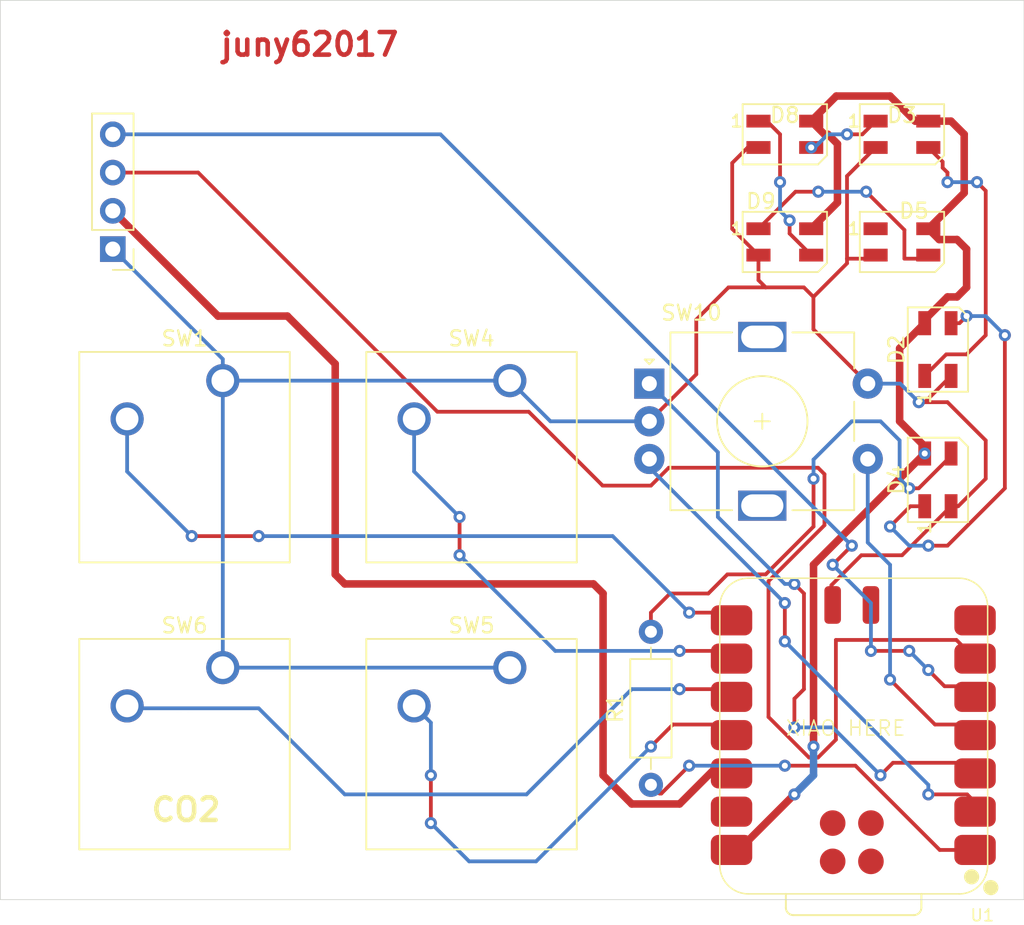
<source format=kicad_pcb>
(kicad_pcb (version 20241229) (generator "pcbnew") (generator_version "9.0")
  (layers (0 "F.Cu" signal) (2 "B.Cu" signal) (13 "F.Paste" user) (15 "B.Paste" user) (5 "F.SilkS" user "F.Silkscreen") (7 "B.SilkS" user "B.Silkscreen") (1 "F.Mask" user) (3 "B.Mask" user) (25 "Edge.Cuts" user))
  (net 0 "")
  (net 1 "GND")
  (net 2 "Net-(D2-DOUT)")
  (net 3 "Net-(D2-DIN)")
  (net 4 "+5V")
  (net 5 "Net-(D3-DOUT)")
  (net 6 "Net-(D5-DIN)")
  (net 7 "Net-(D8-DOUT)")
  (net 8 "+3.3V")
  (net 9 "Net-(J1-Pin_3)")
  (net 10 "Net-(J1-Pin_4)")
  (net 11 "Net-(U1-GPIO26_A0_D0)")
  (net 12 "Net-(U1-GPIO1_D7_CSn_RX)")
  (net 13 "Net-(U1-GPIO2_D8_SCK)")
  (net 14 "Net-(U1-GPIO3_D10_MOSI)")
  (net 15 "Net-(U1-GPIO4_D9_MISO)")
  (net 16 "Net-(U1-GPIO28_A2_D2)")
  (net 17 "Net-(U1-GPIO29_A3_D3)")
  (net 18 "Net-(U1-GPIO27_A1_D1)")
  (net 26 "Net-(D4-DIN)")
  (footprint "Connector_PinHeader_2.54mm:PinHeader_1x04_P2.54mm_Vertical" (layer "F.Cu") (at 80.48625 92.71 180)
    (property "Reference" "J1" (hide yes))
    (property "Value" "Conn_01x04" (hide yes))
    (fp_line (start 1.38 1.27) (end 1.38 9) (stroke (width 0.12)) (layer "F.SilkS"))
    (fp_line (start -1.38 9) (end 1.38 9) (stroke (width 0.12)) (layer "F.SilkS"))
    (fp_line (start -1.38 1.27) (end 1.38 1.27) (stroke (width 0.12)) (layer "F.SilkS"))
    (fp_line (start -1.38 1.27) (end -1.38 9) (stroke (width 0.12)) (layer "F.SilkS"))
    (fp_line (start -1.38 0) (end -1.38 -1.38) (stroke (width 0.12)) (layer "F.SilkS"))
    (fp_line (start -1.38 -1.38) (end 0 -1.38) (stroke (width 0.12)) (layer "F.SilkS"))
    (pad "1" thru_hole rect (at 0 0 180) (size 1.7 1.7) (drill 1) (layers "*.Cu" "*.Mask") (net 1 "GND"))
    (pad "2" thru_hole circle (at 0 2.54 180) (size 1.7 1.7) (drill 1) (layers "*.Cu" "*.Mask") (net 8 "+3.3V"))
    (pad "3" thru_hole circle (at 0 5.08 180) (size 1.7 1.7) (drill 1) (layers "*.Cu" "*.Mask") (net 9 "Net-(J1-Pin_3)"))
    (pad "4" thru_hole circle (at 0 7.62 180) (size 1.7 1.7) (drill 1) (layers "*.Cu" "*.Mask") (net 10 "Net-(J1-Pin_4)"))
  )
  (footprint "Button_Switch_Keyboard:SW_Cherry_MX_1.00u_PCB" (layer "F.Cu") (at 87.78875 101.44125)
    (property "Reference" "SW1" (at -2.54 -2.794 0) (layer "F.SilkS"))
    (property "Value" "SW_Push")
    (fp_line (start -9.525 -1.905) (end 4.445 -1.905) (stroke (width 0.12)) (layer "F.SilkS"))
    (fp_line (start -9.525 12.065) (end -9.525 -1.905) (stroke (width 0.12)) (layer "F.SilkS"))
    (fp_line (start 4.445 -1.905) (end 4.445 12.065) (stroke (width 0.12)) (layer "F.SilkS"))
    (fp_line (start 4.445 12.065) (end -9.525 12.065) (stroke (width 0.12)) (layer "F.SilkS"))
    (pad "" np_thru_hole circle (at -7.62 5.08) (size 1.7 1.7) (drill 1.7) (layers "*.Cu" "*.Mask"))
    (pad "" np_thru_hole circle (at -2.54 5.08) (size 4 4) (drill 4) (layers "*.Cu" "*.Mask"))
    (pad "" np_thru_hole circle (at 2.54 5.08) (size 1.7 1.7) (drill 1.7) (layers "*.Cu" "*.Mask"))
    (pad "1" thru_hole circle (at 0 0) (size 2.2 2.2) (drill 1.5) (layers "*.Cu" "*.Mask") (net 1 "GND"))
    (pad "2" thru_hole circle (at -6.35 2.54) (size 2.2 2.2) (drill 1.5) (layers "*.Cu" "*.Mask") (net 12 "Net-(U1-GPIO1_D7_CSn_RX)"))
  )
  (footprint "Button_Switch_Keyboard:SW_Cherry_MX_1.00u_PCB" (layer "F.Cu") (at 106.83875 101.44125)
    (property "Reference" "SW4" (at -2.54 -2.794 0) (layer "F.SilkS"))
    (property "Value" "SW_Push")
    (fp_line (start -9.525 -1.905) (end 4.445 -1.905) (stroke (width 0.12)) (layer "F.SilkS"))
    (fp_line (start -9.525 12.065) (end -9.525 -1.905) (stroke (width 0.12)) (layer "F.SilkS"))
    (fp_line (start 4.445 -1.905) (end 4.445 12.065) (stroke (width 0.12)) (layer "F.SilkS"))
    (fp_line (start 4.445 12.065) (end -9.525 12.065) (stroke (width 0.12)) (layer "F.SilkS"))
    (pad "" np_thru_hole circle (at -7.62 5.08) (size 1.7 1.7) (drill 1.7) (layers "*.Cu" "*.Mask"))
    (pad "" np_thru_hole circle (at -2.54 5.08) (size 4 4) (drill 4) (layers "*.Cu" "*.Mask"))
    (pad "" np_thru_hole circle (at 2.54 5.08) (size 1.7 1.7) (drill 1.7) (layers "*.Cu" "*.Mask"))
    (pad "1" thru_hole circle (at 0 0) (size 2.2 2.2) (drill 1.5) (layers "*.Cu" "*.Mask") (net 1 "GND"))
    (pad "2" thru_hole circle (at -6.35 2.54) (size 2.2 2.2) (drill 1.5) (layers "*.Cu" "*.Mask") (net 13 "Net-(U1-GPIO2_D8_SCK)"))
  )
  (footprint "LED_SMD:LED_SK6812MINI_PLCC4_3.5x3.5mm_P1.75mm" (layer "F.Cu") (at 132.87 85.09)
    (property "Reference" "D3" (at 0 -1.27 0) (layer "F.SilkS"))
    (property "Value" "SK6812MINI" (hide yes))
    (fp_line (start -2.8 -2) (end -2.8 2) (stroke (width 0.12)) (layer "F.SilkS"))
    (fp_line (start -2.8 -2) (end 2.8 -2) (stroke (width 0.12)) (layer "F.SilkS"))
    (fp_line (start -2.8 2) (end 2.2 2) (stroke (width 0.12)) (layer "F.SilkS"))
    (fp_line (start 2.8 1.4) (end 2.2 2) (stroke (width 0.12)) (layer "F.SilkS"))
    (fp_line (start 2.8 1.4) (end 2.8 -2) (stroke (width 0.12)) (layer "F.SilkS"))
    (fp_text user "1" (at -3.2 -0.875 0) (layer "F.SilkS") (effects (font (size 0.8 0.8))))
    (pad "1" smd rect (at -1.75 -0.875) (size 1.6 0.85) (layers "F.Cu" "F.Mask" "F.Paste") (net 5 "Net-(D3-DOUT)"))
    (pad "2" smd rect (at -1.75 0.875) (size 1.6 0.85) (layers "F.Cu" "F.Mask" "F.Paste") (net 1 "GND"))
    (pad "3" smd rect (at 1.75 0.875) (size 1.6 0.85) (layers "F.Cu" "F.Mask" "F.Paste") (net 2 "Net-(D2-DOUT)"))
    (pad "4" smd rect (at 1.75 -0.875) (size 1.6 0.85) (layers "F.Cu" "F.Mask" "F.Paste") (net 4 "+5V"))
  )
  (footprint "LED_SMD:LED_SK6812MINI_PLCC4_3.5x3.5mm_P1.75mm" (layer "F.Cu") (at 125.095 92.23375)
    (property "Reference" "D9" (at -1.5875 -2.69875 0) (layer "F.SilkS"))
    (property "Value" "SK6812MINI" (hide yes))
    (fp_line (start -2.8 -2) (end -2.8 2) (stroke (width 0.12)) (layer "F.SilkS"))
    (fp_line (start -2.8 -2) (end 2.8 -2) (stroke (width 0.12)) (layer "F.SilkS"))
    (fp_line (start -2.8 2) (end 2.2 2) (stroke (width 0.12)) (layer "F.SilkS"))
    (fp_line (start 2.8 1.4) (end 2.2 2) (stroke (width 0.12)) (layer "F.SilkS"))
    (fp_line (start 2.8 1.4) (end 2.8 -2) (stroke (width 0.12)) (layer "F.SilkS"))
    (fp_text user "1" (at -3.2 -0.875 0) (layer "F.SilkS") (effects (font (size 0.8 0.8))))
    (pad "1" smd rect (at -1.75 -0.875) (size 1.6 0.85) (layers "F.Cu" "F.Mask" "F.Paste") (net 6 "Net-(D5-DIN)"))
    (pad "2" smd rect (at -1.75 0.875) (size 1.6 0.85) (layers "F.Cu" "F.Mask" "F.Paste") (net 1 "GND"))
    (pad "3" smd rect (at 1.75 0.875) (size 1.6 0.85) (layers "F.Cu" "F.Mask" "F.Paste") (net 7 "Net-(D8-DOUT)"))
    (pad "4" smd rect (at 1.75 -0.875) (size 1.6 0.85) (layers "F.Cu" "F.Mask" "F.Paste") (net 4 "+5V"))
  )
  (footprint "Button_Switch_Keyboard:SW_Cherry_MX_1.00u_PCB" (layer "F.Cu") (at 87.78875 120.49125)
    (property "Reference" "SW6" (at -2.54 -2.794 0) (layer "F.SilkS"))
    (property "Value" "SW_Push")
    (fp_line (start -9.525 -1.905) (end 4.445 -1.905) (stroke (width 0.12)) (layer "F.SilkS"))
    (fp_line (start -9.525 12.065) (end -9.525 -1.905) (stroke (width 0.12)) (layer "F.SilkS"))
    (fp_line (start 4.445 -1.905) (end 4.445 12.065) (stroke (width 0.12)) (layer "F.SilkS"))
    (fp_line (start 4.445 12.065) (end -9.525 12.065) (stroke (width 0.12)) (layer "F.SilkS"))
    (pad "" np_thru_hole circle (at -7.62 5.08) (size 1.7 1.7) (drill 1.7) (layers "*.Cu" "*.Mask"))
    (pad "" np_thru_hole circle (at -2.54 5.08) (size 4 4) (drill 4) (layers "*.Cu" "*.Mask"))
    (pad "" np_thru_hole circle (at 2.54 5.08) (size 1.7 1.7) (drill 1.7) (layers "*.Cu" "*.Mask"))
    (pad "1" thru_hole circle (at 0 0) (size 2.2 2.2) (drill 1.5) (layers "*.Cu" "*.Mask") (net 1 "GND"))
    (pad "2" thru_hole circle (at -6.35 2.54) (size 2.2 2.2) (drill 1.5) (layers "*.Cu" "*.Mask") (net 15 "Net-(U1-GPIO4_D9_MISO)"))
  )
  (footprint "Resistor_THT:R_Axial_DIN0207_L6.3mm_D2.5mm_P10.16mm_Horizontal" (layer "F.Cu") (at 116.205 128.27 90)
    (property "Reference" "R1" (at 5.08 -2.37 90) (layer "F.SilkS"))
    (property "Value" "R")
    (fp_line (start 9.12 0) (end 8.35 0) (stroke (width 0.12)) (layer "F.SilkS"))
    (fp_line (start 1.04 0) (end 1.81 0) (stroke (width 0.12)) (layer "F.SilkS"))
    (fp_rect (start 1.81 -1.37) (end 8.35 1.37) (stroke (width 0.12)) (fill no) (layer "F.SilkS"))
    (pad "1" thru_hole circle (at 0 0 90) (size 1.6 1.6) (drill 0.8) (layers "*.Cu" "*.Mask") (net 11 "Net-(U1-GPIO26_A0_D0)"))
    (pad "2" thru_hole circle (at 10.16 0 90) (size 1.6 1.6) (drill 0.8) (layers "*.Cu" "*.Mask") (net 26 "Net-(D4-DIN)"))
  )
  (footprint "Rotary_Encoder:RotaryEncoder_Alps_EC11E-Switch_Vertical_H20mm" (layer "F.Cu") (at 116.09875 101.64)
    (property "Reference" "SW10" (at 2.8 -4.7 0) (layer "F.SilkS"))
    (property "Value" "RotaryEncoder_Switch")
    (fp_line (start -0.3 -1.6) (end 0.3 -1.6) (stroke (width 0.12)) (layer "F.SilkS"))
    (fp_line (start 0 -1.3) (end -0.3 -1.6) (stroke (width 0.12)) (layer "F.SilkS"))
    (fp_line (start 0.3 -1.6) (end 0 -1.3) (stroke (width 0.12)) (layer "F.SilkS"))
    (fp_line (start 1.4 -3.4) (end 1.4 8.4) (stroke (width 0.12)) (layer "F.SilkS"))
    (fp_line (start 5.5 -3.4) (end 1.4 -3.4) (stroke (width 0.12)) (layer "F.SilkS"))
    (fp_line (start 5.5 8.4) (end 1.4 8.4) (stroke (width 0.12)) (layer "F.SilkS"))
    (fp_line (start 7 2.5) (end 8 2.5) (stroke (width 0.12)) (layer "F.SilkS"))
    (fp_line (start 7.5 2) (end 7.5 3) (stroke (width 0.12)) (layer "F.SilkS"))
    (fp_line (start 9.5 -3.4) (end 13.6 -3.4) (stroke (width 0.12)) (layer "F.SilkS"))
    (fp_line (start 13.6 -3.4) (end 13.6 -1) (stroke (width 0.12)) (layer "F.SilkS"))
    (fp_line (start 13.6 1.2) (end 13.6 3.8) (stroke (width 0.12)) (layer "F.SilkS"))
    (fp_line (start 13.6 6) (end 13.6 8.4) (stroke (width 0.12)) (layer "F.SilkS"))
    (fp_line (start 13.6 8.4) (end 9.5 8.4) (stroke (width 0.12)) (layer "F.SilkS"))
    (fp_circle (center 7.5 2.5) (end 10.5 2.5) (stroke (width 0.12)) (fill no) (layer "F.SilkS"))
    (pad "A" thru_hole rect (at 0 0) (size 2 2) (drill 1) (layers "*.Cu" "*.Mask") (net 16 "Net-(U1-GPIO28_A2_D2)"))
    (pad "B" thru_hole circle (at 0 5) (size 2 2) (drill 1) (layers "*.Cu" "*.Mask") (net 18 "Net-(U1-GPIO27_A1_D1)"))
    (pad "C" thru_hole circle (at 0 2.5) (size 2 2) (drill 1) (layers "*.Cu" "*.Mask") (net 1 "GND"))
    (pad "MP" thru_hole rect (at 7.5 -3.1) (size 3.2 2) (drill oval 2.8 1.5) (layers "*.Cu" "*.Mask"))
    (pad "MP" thru_hole rect (at 7.5 8.1) (size 3.2 2) (drill oval 2.8 1.5) (layers "*.Cu" "*.Mask"))
    (pad "S1" thru_hole circle (at 14.5 5) (size 2 2) (drill 1) (layers "*.Cu" "*.Mask") (net 17 "Net-(U1-GPIO29_A3_D3)"))
    (pad "S2" thru_hole circle (at 14.5 0) (size 2 2) (drill 1) (layers "*.Cu" "*.Mask") (net 1 "GND"))
  )
  (footprint "LED_SMD:LED_SK6812MINI_PLCC4_3.5x3.5mm_P1.75mm" (layer "F.Cu") (at 135.255 108.0275 90)
    (property "Reference" "D4" (at 0 -2.75 90) (layer "F.SilkS"))
    (property "Value" "SK6812MINI" (hide yes))
    (fp_line (start -2.8 -2) (end 2.8 -2) (stroke (width 0.12)) (layer "F.SilkS"))
    (fp_line (start -2.8 -2) (end -2.8 2) (stroke (width 0.12)) (layer "F.SilkS"))
    (fp_line (start 2.8 1.4) (end 2.8 -2) (stroke (width 0.12)) (layer "F.SilkS"))
    (fp_line (start 2.8 1.4) (end 2.2 2) (stroke (width 0.12)) (layer "F.SilkS"))
    (fp_line (start -2.8 2) (end 2.2 2) (stroke (width 0.12)) (layer "F.SilkS"))
    (fp_text user "1" (at -3.2 -0.875 90) (layer "F.SilkS") (effects (font (size 0.8 0.8))))
    (pad "1" smd rect (at -1.75 -0.875 90) (size 1.6 0.85) (layers "F.Cu" "F.Mask" "F.Paste") (net 3 "Net-(D2-DIN)"))
    (pad "2" smd rect (at -1.75 0.875 90) (size 1.6 0.85) (layers "F.Cu" "F.Mask" "F.Paste") (net 1 "GND"))
    (pad "3" smd rect (at 1.75 0.875 90) (size 1.6 0.85) (layers "F.Cu" "F.Mask" "F.Paste") (net 26 "Net-(D4-DIN)"))
    (pad "4" smd rect (at 1.75 -0.875 90) (size 1.6 0.85) (layers "F.Cu" "F.Mask" "F.Paste") (net 4 "+5V"))
  )
  (footprint "opl:XIAO-RP2040-SMD" (layer "F.Cu") (at 129.722 124.972 180)
    (property "Reference" "U1" (at -9.335 -11.5 0) (layer "F.SilkS") (effects (font (size 0.78232 0.78232) (thickness 0.10668)) (justify right top)))
    (property "Value" "XIAO-RP2040-SMD" (hide yes))
    (fp_line (start 8.945 8.513) (end 8.945 -8.632) (stroke (width 0.1)) (layer "F.SilkS"))
    (fp_line (start 7.04 -10.537) (end -6.93 -10.537) (stroke (width 0.1)) (layer "F.SilkS"))
    (fp_line (start 4.559 -11.447) (end 4.559 -10.537) (stroke (width 0.127)) (layer "F.SilkS"))
    (fp_line (start -3.936272 -11.947) (end 4.059 -11.947) (stroke (width 0.127)) (layer "F.SilkS"))
    (fp_line (start -4.44 -10.537) (end -4.436272 -11.447272) (stroke (width 0.127)) (layer "F.SilkS"))
    (fp_line (start -6.93 10.418) (end 7.04 10.418) (stroke (width 0.1)) (layer "F.SilkS"))
    (fp_line (start -8.835 8.513) (end -8.835 -8.632) (stroke (width 0.1)) (layer "F.SilkS"))
    (fp_arc (start 8.945 8.513) (mid 8.387038 9.860038) (end 7.04 10.418) (stroke (width 0.1)) (layer "F.SilkS"))
    (fp_arc (start 7.04 -10.537) (mid 8.387038 -9.979038) (end 8.945 -8.632) (stroke (width 0.1)) (layer "F.SilkS"))
    (fp_arc (start 4.059 -11.947) (mid 4.412553 -11.800553) (end 4.559 -11.447) (stroke (width 0.127)) (layer "F.SilkS"))
    (fp_arc (start -4.436272 -11.447272) (mid -4.289724 -11.800644) (end -3.936272 -11.947) (stroke (width 0.127)) (layer "F.SilkS"))
    (fp_arc (start -6.93 10.418) (mid -8.277038 9.860038) (end -8.835 8.513) (stroke (width 0.1)) (layer "F.SilkS"))
    (fp_arc (start -8.835 -8.636) (mid -8.277038 -9.983038) (end -6.93 -10.541) (stroke (width 0.1)) (layer "F.SilkS"))
    (fp_circle (center -7.771 -9.404) (end -7.771 -9.658) (stroke (width 0.5)) (fill yes) (layer "F.SilkS"))
    (fp_circle (center -9.045 -10.121) (end -9.045 -10.375) (stroke (width 0.5)) (fill yes) (layer "F.SilkS"))
    (pad "1" smd roundrect (at -8 -7.62 180) (size 2.75 2) (layers "F.Cu" "F.Mask" "F.Paste") (net 11 "Net-(U1-GPIO26_A0_D0)"))
    (pad "2" smd roundrect (at -8 -5.08 180) (size 2.75 2) (layers "F.Cu" "F.Mask" "F.Paste") (net 18 "Net-(U1-GPIO27_A1_D1)"))
    (pad "3" smd roundrect (at -8 -2.54 180) (size 2.75 2) (layers "F.Cu" "F.Mask" "F.Paste") (net 16 "Net-(U1-GPIO28_A2_D2)"))
    (pad "4" smd roundrect (at -8 0 180) (size 2.75 2) (layers "F.Cu" "F.Mask" "F.Paste") (net 17 "Net-(U1-GPIO29_A3_D3)"))
    (pad "5" smd roundrect (at -8 2.54 180) (size 2.75 2) (layers "F.Cu" "F.Mask" "F.Paste") (net 10 "Net-(J1-Pin_4)"))
    (pad "6" smd roundrect (at -8 5.08 180) (size 2.75 2) (layers "F.Cu" "F.Mask" "F.Paste") (net 9 "Net-(J1-Pin_3)"))
    (pad "7" smd roundrect (at -8 7.62 180) (size 2.75 2) (layers "F.Cu" "F.Mask" "F.Paste"))
    (pad "8" smd roundrect (at 8.165 7.62 180) (size 2.75 2) (layers "F.Cu" "F.Mask" "F.Paste") (net 12 "Net-(U1-GPIO1_D7_CSn_RX)"))
    (pad "9" smd roundrect (at 8.165 5.08 180) (size 2.75 2) (layers "F.Cu" "F.Mask" "F.Paste") (net 13 "Net-(U1-GPIO2_D8_SCK)"))
    (pad "10" smd roundrect (at 8.165 2.54 180) (size 2.75 2) (layers "F.Cu" "F.Mask" "F.Paste") (net 15 "Net-(U1-GPIO4_D9_MISO)"))
    (pad "11" smd roundrect (at 8.165 0 180) (size 2.75 2) (layers "F.Cu" "F.Mask" "F.Paste") (net 14 "Net-(U1-GPIO3_D10_MOSI)"))
    (pad "12" smd roundrect (at 8.165 -2.54 180) (size 2.75 2) (layers "F.Cu" "F.Mask" "F.Paste") (net 8 "+3.3V"))
    (pad "13" smd roundrect (at 8.165 -5.08 180) (size 2.75 2) (layers "F.Cu" "F.Mask" "F.Paste"))
    (pad "14" smd roundrect (at 8.165 -7.62 180) (size 2.75 2) (layers "F.Cu" "F.Mask" "F.Paste") (net 4 "+5V"))
    (pad "15" smd roundrect (at -1.088 8.64 90) (size 2.5 1.1) (layers "F.Cu" "F.Mask" "F.Paste"))
    (pad "16" smd roundrect (at 1.452 8.64 90) (size 2.5 1.1) (layers "F.Cu" "F.Mask" "F.Paste") (net 1 "GND"))
    (pad "17" smd circle (at -1.088 -8.378 180) (size 1.7 1.7) (layers "F.Cu" "F.Mask" "F.Paste"))
    (pad "18" smd circle (at 1.452 -8.378 180) (size 1.7 1.7) (layers "F.Cu" "F.Mask" "F.Paste"))
    (pad "19" smd circle (at -1.088 -5.838 180) (size 1.7 1.7) (layers "F.Cu" "F.Mask" "F.Paste"))
    (pad "20" smd circle (at 1.452 -5.838 180) (size 1.7 1.7) (layers "F.Cu" "F.Mask" "F.Paste"))
  )
  (footprint "LED_SMD:LED_SK6812MINI_PLCC4_3.5x3.5mm_P1.75mm" (layer "F.Cu") (at 125.095 85.09)
    (property "Reference" "D8" (at 0 -1.27 0) (layer "F.SilkS"))
    (property "Value" "SK6812MINI" (hide yes))
    (fp_line (start -2.8 -2) (end -2.8 2) (stroke (width 0.12)) (layer "F.SilkS"))
    (fp_line (start -2.8 -2) (end 2.8 -2) (stroke (width 0.12)) (layer "F.SilkS"))
    (fp_line (start -2.8 2) (end 2.2 2) (stroke (width 0.12)) (layer "F.SilkS"))
    (fp_line (start 2.8 1.4) (end 2.2 2) (stroke (width 0.12)) (layer "F.SilkS"))
    (fp_line (start 2.8 1.4) (end 2.8 -2) (stroke (width 0.12)) (layer "F.SilkS"))
    (fp_text user "1" (at -3.2 -0.875 0) (layer "F.SilkS") (effects (font (size 0.8 0.8))))
    (pad "1" smd rect (at -1.75 -0.875) (size 1.6 0.85) (layers "F.Cu" "F.Mask" "F.Paste") (net 7 "Net-(D8-DOUT)"))
    (pad "2" smd rect (at -1.75 0.875) (size 1.6 0.85) (layers "F.Cu" "F.Mask" "F.Paste") (net 1 "GND"))
    (pad "3" smd rect (at 1.75 0.875) (size 1.6 0.85) (layers "F.Cu" "F.Mask" "F.Paste") (net 5 "Net-(D3-DOUT)"))
    (pad "4" smd rect (at 1.75 -0.875) (size 1.6 0.85) (layers "F.Cu" "F.Mask" "F.Paste") (net 4 "+5V"))
  )
  (footprint "LED_SMD:LED_SK6812MINI_PLCC4_3.5x3.5mm_P1.75mm" (layer "F.Cu") (at 132.87 92.23375)
    (property "Reference" "D5" (at 0.7975 -2.06375 0) (layer "F.SilkS"))
    (property "Value" "SK6812MINI" (hide yes))
    (fp_line (start -2.8 -2) (end -2.8 2) (stroke (width 0.12)) (layer "F.SilkS"))
    (fp_line (start -2.8 -2) (end 2.8 -2) (stroke (width 0.12)) (layer "F.SilkS"))
    (fp_line (start -2.8 2) (end 2.2 2) (stroke (width 0.12)) (layer "F.SilkS"))
    (fp_line (start 2.8 1.4) (end 2.2 2) (stroke (width 0.12)) (layer "F.SilkS"))
    (fp_line (start 2.8 1.4) (end 2.8 -2) (stroke (width 0.12)) (layer "F.SilkS"))
    (fp_text user "1" (at -3.2 -0.875 0) (layer "F.SilkS") (effects (font (size 0.8 0.8))))
    (pad "1" smd rect (at -1.75 -0.875) (size 1.6 0.85) (layers "F.Cu" "F.Mask" "F.Paste"))
    (pad "2" smd rect (at -1.75 0.875) (size 1.6 0.85) (layers "F.Cu" "F.Mask" "F.Paste") (net 1 "GND"))
    (pad "3" smd rect (at 1.75 0.875) (size 1.6 0.85) (layers "F.Cu" "F.Mask" "F.Paste") (net 6 "Net-(D5-DIN)"))
    (pad "4" smd rect (at 1.75 -0.875) (size 1.6 0.85) (layers "F.Cu" "F.Mask" "F.Paste") (net 4 "+5V"))
  )
  (footprint "Button_Switch_Keyboard:SW_Cherry_MX_1.00u_PCB" (layer "F.Cu") (at 106.83875 120.49125)
    (property "Reference" "SW5" (at -2.54 -2.794 0) (layer "F.SilkS"))
    (property "Value" "SW_Push")
    (fp_line (start -9.525 -1.905) (end 4.445 -1.905) (stroke (width 0.12)) (layer "F.SilkS"))
    (fp_line (start -9.525 12.065) (end -9.525 -1.905) (stroke (width 0.12)) (layer "F.SilkS"))
    (fp_line (start 4.445 -1.905) (end 4.445 12.065) (stroke (width 0.12)) (layer "F.SilkS"))
    (fp_line (start 4.445 12.065) (end -9.525 12.065) (stroke (width 0.12)) (layer "F.SilkS"))
    (pad "" np_thru_hole circle (at -7.62 5.08) (size 1.7 1.7) (drill 1.7) (layers "*.Cu" "*.Mask"))
    (pad "" np_thru_hole circle (at -2.54 5.08) (size 4 4) (drill 4) (layers "*.Cu" "*.Mask"))
    (pad "" np_thru_hole circle (at 2.54 5.08) (size 1.7 1.7) (drill 1.7) (layers "*.Cu" "*.Mask"))
    (pad "1" thru_hole circle (at 0 0) (size 2.2 2.2) (drill 1.5) (layers "*.Cu" "*.Mask") (net 1 "GND"))
    (pad "2" thru_hole circle (at -6.35 2.54) (size 2.2 2.2) (drill 1.5) (layers "*.Cu" "*.Mask") (net 14 "Net-(U1-GPIO3_D10_MOSI)"))
  )
  (footprint "LED_SMD:LED_SK6812MINI_PLCC4_3.5x3.5mm_P1.75mm" (layer "F.Cu") (at 135.255 99.3775 90)
    (property "Reference" "D2" (at 0 -2.75 90) (layer "F.SilkS"))
    (property "Value" "SK6812MINI" (hide yes))
    (fp_line (start -2.8 -2) (end 2.8 -2) (stroke (width 0.12)) (layer "F.SilkS"))
    (fp_line (start -2.8 -2) (end -2.8 2) (stroke (width 0.12)) (layer "F.SilkS"))
    (fp_line (start 2.8 1.4) (end 2.8 -2) (stroke (width 0.12)) (layer "F.SilkS"))
    (fp_line (start 2.8 1.4) (end 2.2 2) (stroke (width 0.12)) (layer "F.SilkS"))
    (fp_line (start -2.8 2) (end 2.2 2) (stroke (width 0.12)) (layer "F.SilkS"))
    (fp_text user "1" (at -3.2 -0.875 90) (layer "F.SilkS") (effects (font (size 0.8 0.8))))
    (pad "1" smd rect (at -1.75 -0.875 90) (size 1.6 0.85) (layers "F.Cu" "F.Mask" "F.Paste") (net 2 "Net-(D2-DOUT)"))
    (pad "2" smd rect (at -1.75 0.875 90) (size 1.6 0.85) (layers "F.Cu" "F.Mask" "F.Paste") (net 1 "GND"))
    (pad "3" smd rect (at 1.75 0.875 90) (size 1.6 0.85) (layers "F.Cu" "F.Mask" "F.Paste") (net 3 "Net-(D2-DIN)"))
    (pad "4" smd rect (at 1.75 -0.875 90) (size 1.6 0.85) (layers "F.Cu" "F.Mask" "F.Paste") (net 4 "+5V"))
  )
  (gr_rect (start 73.025 76.2) (end 140.97 135.89) (stroke (width 0.05)) (fill no) (layer "Edge.Cuts"))
  (gr_text "juny62017" (at 87.5 80 0) (layer "F.Cu") (effects (font (size 1.5 1.5) (thickness 0.3) (bold yes)) (justify left bottom)))
  (gr_text "CO2" (at 82.9 130.8 0) (layer "F.SilkS") (effects (font (size 1.5 1.5) (thickness 0.3) (bold yes)) (justify left bottom)))
  (gr_text "XIAO HERE" (at 125.095 125.095 0) (layer "F.SilkS") (effects (font (size 1 1) (thickness 0.1)) (justify left bottom)))
  (segment (start 132.8775 113.03) (end 130.175 113.03) (width 0.25) (layer "F.Cu") (net 1))
  (segment (start 123.345 94.77) (end 123.825 95.25) (width 0.25) (layer "F.Cu") (net 1))
  (segment (start 136.13 109.7775) (end 136.6025 109.7775) (width 0.25) (layer "F.Cu") (net 1))
  (segment (start 121.35875 95.25) (end 123.825 95.25) (width 0.25) (layer "F.Cu") (net 1))
  (segment (start 129.2225 87.8625) (end 129.2225 93.345) (width 0.25) (layer "F.Cu") (net 1))
  (segment (start 129.2225 87.8625) (end 131.12 85.965) (width 0.25) (layer "F.Cu") (net 1))
  (segment (start 138.43 107.95) (end 138.43 105.41) (width 0.25) (layer "F.Cu") (net 1))
  (segment (start 122.6325 85.965) (end 121.6025 86.995) (width 0.25) (layer "F.Cu") (net 1))
  (segment (start 129.2225 93.655) (end 126.9925 95.885) (width 0.25) (layer "F.Cu") (net 1))
  (segment (start 119.2175 101.02125) (end 116.09875 104.14) (width 0.25) (layer "F.Cu") (net 1))
  (segment (start 129.2225 93.345) (end 129.2225 93.655) (width 0.25) (layer "F.Cu") (net 1))
  (segment (start 126.3575 95.25) (end 126.9925 95.885) (width 0.25) (layer "F.Cu") (net 1))
  (segment (start 126.9925 95.885) (end 126.9925 98.03375) (width 0.25) (layer "F.Cu") (net 1))
  (segment (start 121.6025 91.36625) (end 123.345 93.10875) (width 0.25) (layer "F.Cu") (net 1))
  (segment (start 119.2175 101.02125) (end 119.2175 97.39125) (width 0.25) (layer "F.Cu") (net 1))
  (segment (start 133.985 102.87) (end 134.3875 102.87) (width 0.25) (layer "F.Cu") (net 1))
  (segment (start 130.88375 93.345) (end 129.2225 93.345) (width 0.25) (layer "F.Cu") (net 1))
  (segment (start 128.18425 115.02075) (end 128.18425 117.38925) (width 0.25) (layer "F.Cu") (net 1))
  (segment (start 131.12 93.10875) (end 130.88375 93.345) (width 0.25) (layer "F.Cu") (net 1))
  (segment (start 135.89 102.87) (end 133.985 102.87) (width 0.25) (layer "F.Cu") (net 1))
  (segment (start 123.345 85.965) (end 122.6325 85.965) (width 0.25) (layer "F.Cu") (net 1))
  (segment (start 130.175 113.03) (end 128.18425 115.02075) (width 0.25) (layer "F.Cu") (net 1))
  (segment (start 136.13 109.7775) (end 132.8775 113.03) (width 0.25) (layer "F.Cu") (net 1))
  (segment (start 126.9925 98.03375) (end 130.59875 101.64) (width 0.25) (layer "F.Cu") (net 1))
  (segment (start 123.825 95.25) (end 126.3575 95.25) (width 0.25) (layer "F.Cu") (net 1))
  (segment (start 121.6025 86.995) (end 121.6025 91.36625) (width 0.25) (layer "F.Cu") (net 1))
  (segment (start 136.6025 109.7775) (end 138.43 107.95) (width 0.25) (layer "F.Cu") (net 1))
  (segment (start 119.2175 97.39125) (end 121.35875 95.25) (width 0.25) (layer "F.Cu") (net 1))
  (segment (start 123.345 93.10875) (end 123.345 94.77) (width 0.25) (layer "F.Cu") (net 1))
  (segment (start 134.3875 102.87) (end 136.13 101.1275) (width 0.25) (layer "F.Cu") (net 1))
  (segment (start 138.43 105.41) (end 135.89 102.87) (width 0.25) (layer "F.Cu") (net 1))
  (via (at 133.985 102.87) (size 0.8) (drill 0.4) (layers "F.Cu" "B.Cu") (net 1))
  (segment (start 87.78875 120.49125) (end 106.83875 120.49125) (width 0.25) (layer "B.Cu") (net 1))
  (segment (start 87.78875 101.44125) (end 106.83875 101.44125) (width 0.25) (layer "B.Cu") (net 1))
  (segment (start 87.78875 101.44125) (end 87.78875 120.49125) (width 0.25) (layer "B.Cu") (net 1))
  (segment (start 87.78875 100.0125) (end 80.48625 92.71) (width 0.25) (layer "B.Cu") (net 1))
  (segment (start 87.78875 101.44125) (end 87.78875 100.0125) (width 0.25) (layer "B.Cu") (net 1))
  (segment (start 116.09875 104.14) (end 109.5375 104.14) (width 0.25) (layer "B.Cu") (net 1))
  (segment (start 130.59875 101.64) (end 132.755 101.64) (width 0.25) (layer "B.Cu") (net 1))
  (segment (start 132.755 101.64) (end 133.985 102.87) (width 0.25) (layer "B.Cu") (net 1))
  (segment (start 109.5375 104.14) (end 106.83875 101.44125) (width 0.25) (layer "B.Cu") (net 1))
  (segment (start 138.43 88.84375) (end 137.85125 88.265) (width 0.25) (layer "F.Cu") (net 2))
  (segment (start 138.43 98.425) (end 137.16 99.695) (width 0.25) (layer "F.Cu") (net 2))
  (segment (start 135.8125 99.695) (end 134.38 101.1275) (width 0.25) (layer "F.Cu") (net 2))
  (segment (start 135.89 88.265) (end 135.89 87.63) (width 0.25) (layer "F.Cu") (net 2))
  (segment (start 135.5725 87.3125) (end 135.5725 86.9175) (width 0.25) (layer "F.Cu") (net 2))
  (segment (start 135.89 87.63) (end 135.5725 87.3125) (width 0.25) (layer "F.Cu") (net 2))
  (segment (start 138.43 98.425) (end 138.43 88.84375) (width 0.25) (layer "F.Cu") (net 2))
  (segment (start 137.16 99.695) (end 135.8125 99.695) (width 0.25) (layer "F.Cu") (net 2))
  (segment (start 135.5725 86.9175) (end 134.62 85.965) (width 0.25) (layer "F.Cu") (net 2))
  (via (at 137.85125 88.265) (size 0.8) (drill 0.4) (layers "F.Cu" "B.Cu") (net 2))
  (via (at 135.89 88.265) (size 0.8) (drill 0.4) (layers "F.Cu" "B.Cu") (net 2))
  (segment (start 137.85125 88.265) (end 135.89 88.265) (width 0.25) (layer "B.Cu") (net 2))
  (segment (start 135.89 112.395) (end 134.62 112.395) (width 0.25) (layer "F.Cu") (net 3))
  (segment (start 139.7 108.585) (end 135.89 112.395) (width 0.25) (layer "F.Cu") (net 3))
  (segment (start 139.7 98.425) (end 139.7 108.585) (width 0.25) (layer "F.Cu") (net 3))
  (segment (start 136.6875 97.6275) (end 137.16 97.155) (width 0.25) (layer "F.Cu") (net 3))
  (segment (start 132.08 111.125) (end 133.4275 109.7775) (width 0.25) (layer "F.Cu") (net 3))
  (segment (start 136.13 97.6275) (end 136.6875 97.6275) (width 0.25) (layer "F.Cu") (net 3))
  (segment (start 133.4275 109.7775) (end 134.38 109.7775) (width 0.25) (layer "F.Cu") (net 3))
  (via (at 134.62 112.395) (size 0.8) (drill 0.4) (layers "F.Cu" "B.Cu") (net 3))
  (via (at 132.08 111.125) (size 0.8) (drill 0.4) (layers "F.Cu" "B.Cu") (net 3))
  (via (at 137.16 97.155) (size 0.8) (drill 0.4) (layers "F.Cu" "B.Cu") (net 3))
  (via (at 139.7 98.425) (size 0.8) (drill 0.4) (layers "F.Cu" "B.Cu") (net 3))
  (segment (start 132.08 111.125) (end 133.35 112.395) (width 0.25) (layer "B.Cu") (net 3))
  (segment (start 137.16 97.155) (end 138.43 97.155) (width 0.25) (layer "B.Cu") (net 3))
  (segment (start 134.62 112.395) (end 133.35 112.395) (width 0.25) (layer "B.Cu") (net 3))
  (segment (start 138.43 97.155) (end 139.7 98.425) (width 0.25) (layer "B.Cu") (net 3))
  (segment (start 127 125.73) (end 127 113.6575) (width 0.5) (layer "F.Cu") (net 4))
  (segment (start 134.62 91.35875) (end 135.33625 92.075) (width 0.5) (layer "F.Cu") (net 4))
  (segment (start 137.16 95.25) (end 136.525 95.885) (width 0.5) (layer "F.Cu") (net 4))
  (segment (start 136.12625 84.215) (end 137.00125 85.09) (width 0.5) (layer "F.Cu") (net 4))
  (segment (start 126.845 84.215) (end 127.72 85.09) (width 0.5) (layer "F.Cu") (net 4))
  (segment (start 127.72 85.09) (end 127.9525 85.09) (width 0.5) (layer "F.Cu") (net 4))
  (segment (start 137.16 92.71) (end 137.16 95.25) (width 0.5) (layer "F.Cu") (net 4))
  (segment (start 128.5875 89.61625) (end 126.845 91.35875) (width 0.5) (layer "F.Cu") (net 4))
  (segment (start 127.9525 85.09) (end 128.5875 85.725) (width 0.5) (layer "F.Cu") (net 4))
  (segment (start 132.715 99.2925) (end 134.38 97.6275) (width 0.5) (layer "F.Cu") (net 4))
  (segment (start 137.00125 88.9775) (end 134.62 91.35875) (width 0.5) (layer "F.Cu") (net 4))
  (segment (start 133.745 84.215) (end 132.08 82.55) (width 0.5) (layer "F.Cu") (net 4))
  (segment (start 121.557 132.592) (end 122.043 132.592) (width 0.5) (layer "F.Cu") (net 4))
  (segment (start 134.62 84.215) (end 133.745 84.215) (width 0.5) (layer "F.Cu") (net 4))
  (segment (start 128.51 82.55) (end 126.845 84.215) (width 0.5) (layer "F.Cu") (net 4))
  (segment (start 127 113.6575) (end 134.38 106.2775) (width 0.5) (layer "F.Cu") (net 4))
  (segment (start 135.33625 92.075) (end 136.525 92.075) (width 0.5) (layer "F.Cu") (net 4))
  (segment (start 134.38 106.2775) (end 134.38 105.805) (width 0.5) (layer "F.Cu") (net 4))
  (segment (start 132.715 104.14) (end 132.715 99.2925) (width 0.5) (layer "F.Cu") (net 4))
  (segment (start 134.38 97.395) (end 134.38 97.6275) (width 0.5) (layer "F.Cu") (net 4))
  (segment (start 136.525 92.075) (end 137.16 92.71) (width 0.5) (layer "F.Cu") (net 4))
  (segment (start 134.38 105.805) (end 132.715 104.14) (width 0.5) (layer "F.Cu") (net 4))
  (segment (start 136.525 95.885) (end 135.89 95.885) (width 0.5) (layer "F.Cu") (net 4))
  (segment (start 128.5875 85.725) (end 128.5875 89.61625) (width 0.5) (layer "F.Cu") (net 4))
  (segment (start 132.08 82.55) (end 128.51 82.55) (width 0.5) (layer "F.Cu") (net 4))
  (segment (start 134.62 84.215) (end 136.12625 84.215) (width 0.5) (layer "F.Cu") (net 4))
  (segment (start 135.89 95.885) (end 134.38 97.395) (width 0.5) (layer "F.Cu") (net 4))
  (segment (start 122.043 132.592) (end 125.73 128.905) (width 0.5) (layer "F.Cu") (net 4))
  (segment (start 137.00125 85.09) (end 137.00125 88.9775) (width 0.5) (layer "F.Cu") (net 4))
  (via (at 125.73 128.905) (size 0.8) (drill 0.4) (layers "F.Cu" "B.Cu") (net 4))
  (via (at 134.38 106.2775) (size 0.8) (drill 0.4) (layers "F.Cu" "B.Cu") (net 4))
  (via (at 127 125.73) (size 0.8) (drill 0.4) (layers "F.Cu" "B.Cu") (net 4))
  (segment (start 125.73 128.905) (end 127 127.635) (width 0.5) (layer "B.Cu") (net 4))
  (segment (start 127 127.635) (end 127 125.73) (width 0.5) (layer "B.Cu") (net 4))
  (segment (start 130.245 85.09) (end 129.2225 85.09) (width 0.25) (layer "F.Cu") (net 5))
  (segment (start 131.12 84.215) (end 130.245 85.09) (width 0.25) (layer "F.Cu") (net 5))
  (via (at 126.845 85.965) (size 0.8) (drill 0.4) (layers "F.Cu" "B.Cu") (net 5))
  (via (at 129.2225 85.09) (size 0.8) (drill 0.4) (layers "F.Cu" "B.Cu") (net 5))
  (segment (start 127.0775 85.965) (end 126.845 85.965) (width 0.25) (layer "B.Cu") (net 5))
  (segment (start 127.9525 85.09) (end 127.0775 85.965) (width 0.25) (layer "B.Cu") (net 5))
  (segment (start 129.2225 85.09) (end 127.9525 85.09) (width 0.25) (layer "B.Cu") (net 5))
  (segment (start 130.4925 88.9) (end 133.0325 91.44) (width 0.25) (layer "F.Cu") (net 6))
  (segment (start 123.345 91.35875) (end 125.80375 88.9) (width 0.25) (layer "F.Cu") (net 6))
  (segment (start 134.38375 93.345) (end 134.62 93.10875) (width 0.25) (layer "F.Cu") (net 6))
  (segment (start 133.0325 93.345) (end 134.38375 93.345) (width 0.25) (layer "F.Cu") (net 6))
  (segment (start 125.80375 88.9) (end 127.3175 88.9) (width 0.25) (layer "F.Cu") (net 6))
  (segment (start 133.0325 91.44) (end 133.0325 93.345) (width 0.25) (layer "F.Cu") (net 6))
  (via (at 127.3175 88.9) (size 0.8) (drill 0.4) (layers "F.Cu" "B.Cu") (net 6))
  (via (at 130.4925 88.9) (size 0.8) (drill 0.4) (layers "F.Cu" "B.Cu") (net 6))
  (segment (start 127.3175 88.9) (end 130.4925 88.9) (width 0.25) (layer "B.Cu") (net 6))
  (segment (start 125.4125 90.805) (end 125.4125 91.67625) (width 0.25) (layer "F.Cu") (net 7))
  (segment (start 124.7775 85.09) (end 124.7775 88.265) (width 0.25) (layer "F.Cu") (net 7))
  (segment (start 125.4125 91.67625) (end 126.845 93.10875) (width 0.25) (layer "F.Cu") (net 7))
  (segment (start 123.9025 84.215) (end 124.7775 85.09) (width 0.25) (layer "F.Cu") (net 7))
  (segment (start 123.345 84.215) (end 123.9025 84.215) (width 0.25) (layer "F.Cu") (net 7))
  (via (at 125.4125 90.805) (size 0.8) (drill 0.4) (layers "F.Cu" "B.Cu") (net 7))
  (via (at 124.7775 88.265) (size 0.8) (drill 0.4) (layers "F.Cu" "B.Cu") (net 7))
  (segment (start 124.7775 88.265) (end 124.7775 90.17) (width 0.25) (layer "B.Cu") (net 7))
  (segment (start 124.7775 90.17) (end 125.4125 90.805) (width 0.25) (layer "B.Cu") (net 7))
  (segment (start 95.885 114.935) (end 95.25 114.3) (width 0.5) (layer "F.Cu") (net 8))
  (segment (start 95.25 114.3) (end 95.25 100.33) (width 0.5) (layer "F.Cu") (net 8))
  (segment (start 112.395 114.935) (end 95.885 114.935) (width 0.5) (layer "F.Cu") (net 8))
  (segment (start 113.03 115.57) (end 112.395 114.935) (width 0.5) (layer "F.Cu") (net 8))
  (segment (start 92.075 97.155) (end 87.47125 97.155) (width 0.5) (layer "F.Cu") (net 8))
  (segment (start 118.11 129.54) (end 114.935 129.54) (width 0.5) (layer "F.Cu") (net 8))
  (segment (start 121.47125 126.8055) (end 120.8445 126.8055) (width 0.5) (layer "F.Cu") (net 8))
  (segment (start 95.25 100.33) (end 92.075 97.155) (width 0.5) (layer "F.Cu") (net 8))
  (segment (start 87.47125 97.155) (end 80.48625 90.17) (width 0.5) (layer "F.Cu") (net 8))
  (segment (start 114.935 129.54) (end 113.03 127.635) (width 0.5) (layer "F.Cu") (net 8))
  (segment (start 120.8445 126.8055) (end 118.11 129.54) (width 0.5) (layer "F.Cu") (net 8))
  (segment (start 113.03 127.635) (end 113.03 115.57) (width 0.5) (layer "F.Cu") (net 8))
  (segment (start 126.69928 126.456) (end 124.01181 123.76853) (width 0.25) (layer "F.Cu") (net 9))
  (segment (start 116.205 108.408998) (end 113.000324 108.408998) (width 0.25) (layer "F.Cu") (net 9))
  (segment (start 124.01181 123.76853) (end 124.01181 114.751) (width 0.25) (layer "F.Cu") (net 9))
  (segment (start 128.484438 118.654) (end 128.484438 125.272282) (width 0.25) (layer "F.Cu") (net 9))
  (segment (start 137.722 119.892) (end 136.484 118.654) (width 0.25) (layer "F.Cu") (net 9))
  (segment (start 113.000324 108.408998) (end 108.096326 103.505) (width 0.25) (layer "F.Cu") (net 9))
  (segment (start 136.484 118.654) (end 128.484438 118.654) (width 0.25) (layer "F.Cu") (net 9))
  (segment (start 102.029169 103.505) (end 86.154169 87.63) (width 0.25) (layer "F.Cu") (net 9))
  (segment (start 117.389998 107.224) (end 116.205 108.408998) (width 0.25) (layer "F.Cu") (net 9))
  (segment (start 86.154169 87.63) (end 80.48625 87.63) (width 0.25) (layer "F.Cu") (net 9))
  (segment (start 127.30072 107.224) (end 117.389998 107.224) (width 0.25) (layer "F.Cu") (net 9))
  (segment (start 124.01181 114.751) (end 127.726 111.03681) (width 0.25) (layer "F.Cu") (net 9))
  (segment (start 127.30072 126.456) (end 126.69928 126.456) (width 0.25) (layer "F.Cu") (net 9))
  (segment (start 127.726 111.03681) (end 127.726 107.64928) (width 0.25) (layer "F.Cu") (net 9))
  (segment (start 108.096326 103.505) (end 102.029169 103.505) (width 0.25) (layer "F.Cu") (net 9))
  (segment (start 128.484438 125.272282) (end 127.30072 126.456) (width 0.25) (layer "F.Cu") (net 9))
  (segment (start 127.726 107.64928) (end 127.30072 107.224) (width 0.25) (layer "F.Cu") (net 9))
  (segment (start 134.62 120.65) (end 135.6955 121.7255) (width 0.25) (layer "F.Cu") (net 10))
  (segment (start 135.6955 121.7255) (end 137.63625 121.7255) (width 0.25) (layer "F.Cu") (net 10))
  (segment (start 129.54 112.395) (end 128.27 113.665) (width 0.25) (layer "F.Cu") (net 10))
  (segment (start 130.81 119.38) (end 133.35 119.38) (width 0.25) (layer "F.Cu") (net 10))
  (via (at 129.54 112.395) (size 0.8) (drill 0.4) (layers "F.Cu" "B.Cu") (net 10))
  (via (at 130.81 119.38) (size 0.8) (drill 0.4) (layers "F.Cu" "B.Cu") (net 10))
  (via (at 128.27 113.665) (size 0.8) (drill 0.4) (layers "F.Cu" "B.Cu") (net 10))
  (via (at 134.62 120.65) (size 0.8) (drill 0.4) (layers "F.Cu" "B.Cu") (net 10))
  (via (at 133.35 119.38) (size 0.8) (drill 0.4) (layers "F.Cu" "B.Cu") (net 10))
  (segment (start 80.48625 85.09) (end 102.235 85.09) (width 0.25) (layer "B.Cu") (net 10))
  (segment (start 130.81 116.205) (end 130.81 119.38) (width 0.25) (layer "B.Cu") (net 10))
  (segment (start 133.35 119.38) (end 134.62 120.65) (width 0.25) (layer "B.Cu") (net 10))
  (segment (start 128.27 113.665) (end 130.81 116.205) (width 0.25) (layer "B.Cu") (net 10))
  (segment (start 102.235 85.09) (end 129.54 112.395) (width 0.25) (layer "B.Cu") (net 10))
  (segment (start 125.095 127) (end 129.78328 127) (width 0.25) (layer "F.Cu") (net 11))
  (segment (start 135.37528 132.592) (end 137.722 132.592) (width 0.25) (layer "F.Cu") (net 11))
  (segment (start 116.781 128.846) (end 116.899 128.846) (width 0.25) (layer "F.Cu") (net 11))
  (segment (start 116.899 128.846) (end 118.745 127) (width 0.25) (layer "F.Cu") (net 11))
  (segment (start 129.78328 127) (end 135.37528 132.592) (width 0.25) (layer "F.Cu") (net 11))
  (segment (start 116.205 128.27) (end 116.781 128.846) (width 0.25) (layer "F.Cu") (net 11))
  (via (at 125.095 127) (size 0.8) (drill 0.4) (layers "F.Cu" "B.Cu") (net 11))
  (via (at 118.745 127) (size 0.8) (drill 0.4) (layers "F.Cu" "B.Cu") (net 11))
  (segment (start 118.745 127) (end 125.095 127) (width 0.25) (layer "B.Cu") (net 11))
  (segment (start 118.745 116.84) (end 121.27675 116.84) (width 0.25) (layer "F.Cu") (net 12))
  (segment (start 85.725 111.76) (end 90.17 111.76) (width 0.25) (layer "F.Cu") (net 12))
  (via (at 90.17 111.76) (size 0.8) (drill 0.4) (layers "F.Cu" "B.Cu") (net 12))
  (via (at 118.745 116.84) (size 0.8) (drill 0.4) (layers "F.Cu" "B.Cu") (net 12))
  (via (at 85.725 111.76) (size 0.8) (drill 0.4) (layers "F.Cu" "B.Cu") (net 12))
  (segment (start 113.665 111.76) (end 118.745 116.84) (width 0.25) (layer "B.Cu") (net 12))
  (segment (start 81.43875 107.47375) (end 85.725 111.76) (width 0.25) (layer "B.Cu") (net 12))
  (segment (start 81.43875 103.98125) (end 81.43875 107.47375) (width 0.25) (layer "B.Cu") (net 12))
  (segment (start 90.17 111.76) (end 113.665 111.76) (width 0.25) (layer "B.Cu") (net 12))
  (segment (start 118.11 119.38) (end 121.27675 119.38) (width 0.25) (layer "F.Cu") (net 13))
  (segment (start 103.505 110.49) (end 103.505 113.03) (width 0.25) (layer "F.Cu") (net 13))
  (via (at 103.505 113.03) (size 0.8) (drill 0.4) (layers "F.Cu" "B.Cu") (net 13))
  (via (at 118.11 119.38) (size 0.8) (drill 0.4) (layers "F.Cu" "B.Cu") (net 13))
  (via (at 103.505 110.49) (size 0.8) (drill 0.4) (layers "F.Cu" "B.Cu") (net 13))
  (segment (start 103.505 113.03) (end 109.855 119.38) (width 0.25) (layer "B.Cu") (net 13))
  (segment (start 100.48875 107.47375) (end 103.505 110.49) (width 0.25) (layer "B.Cu") (net 13))
  (segment (start 100.48875 103.98125) (end 100.48875 107.47375) (width 0.25) (layer "B.Cu") (net 13))
  (segment (start 109.855 119.38) (end 118.11 119.38) (width 0.25) (layer "B.Cu") (net 13))
  (segment (start 117.6695 124.2655) (end 121.47125 124.2655) (width 0.25) (layer "F.Cu") (net 14))
  (segment (start 116.205 125.73) (end 117.6695 124.2655) (width 0.25) (layer "F.Cu") (net 14))
  (segment (start 101.6 127.635) (end 101.6 130.81) (width 0.25) (layer "F.Cu") (net 14))
  (via (at 101.6 130.81) (size 0.8) (drill 0.4) (layers "F.Cu" "B.Cu") (net 14))
  (via (at 116.205 125.73) (size 0.8) (drill 0.4) (layers "F.Cu" "B.Cu") (net 14))
  (via (at 101.6 127.635) (size 0.8) (drill 0.4) (layers "F.Cu" "B.Cu") (net 14))
  (segment (start 101.6 124.1425) (end 101.6 127.635) (width 0.25) (layer "B.Cu") (net 14))
  (segment (start 100.48875 123.03125) (end 101.6 124.1425) (width 0.25) (layer "B.Cu") (net 14))
  (segment (start 104.14 133.35) (end 108.585 133.35) (width 0.25) (layer "B.Cu") (net 14))
  (segment (start 101.6 130.81) (end 104.14 133.35) (width 0.25) (layer "B.Cu") (net 14))
  (segment (start 108.585 133.35) (end 116.205 125.73) (width 0.25) (layer "B.Cu") (net 14))
  (segment (start 118.11 121.92) (end 121.27675 121.92) (width 0.25) (layer "F.Cu") (net 15))
  (via (at 118.11 121.92) (size 0.8) (drill 0.4) (layers "F.Cu" "B.Cu") (net 15))
  (segment (start 114.935 121.92) (end 118.11 121.92) (width 0.25) (layer "B.Cu") (net 15))
  (segment (start 81.5975 123.19) (end 90.17 123.19) (width 0.25) (layer "B.Cu") (net 15))
  (segment (start 107.95 128.905) (end 114.935 121.92) (width 0.25) (layer "B.Cu") (net 15))
  (segment (start 81.43875 123.03125) (end 81.5975 123.19) (width 0.25) (layer "B.Cu") (net 15))
  (segment (start 95.885 128.905) (end 107.95 128.905) (width 0.25) (layer "B.Cu") (net 15))
  (segment (start 90.17 123.19) (end 95.885 128.905) (width 0.25) (layer "B.Cu") (net 15))
  (segment (start 126.365 115.57) (end 126.365 121.92) (width 0.25) (layer "F.Cu") (net 16))
  (segment (start 132.2745 126.8055) (end 137.63625 126.8055) (width 0.25) (layer "F.Cu") (net 16))
  (segment (start 125.73 114.935) (end 126.365 115.57) (width 0.25) (layer "F.Cu") (net 16))
  (segment (start 126.365 121.92) (end 125.73 122.555) (width 0.25) (layer "F.Cu") (net 16))
  (segment (start 125.73 122.555) (end 125.73 124.46) (width 0.25) (layer "F.Cu") (net 16))
  (segment (start 131.445 127.635) (end 132.2745 126.8055) (width 0.25) (layer "F.Cu") (net 16))
  (via (at 131.445 127.635) (size 0.8) (drill 0.4) (layers "F.Cu" "B.Cu") (net 16))
  (via (at 125.73 114.935) (size 0.8) (drill 0.4) (layers "F.Cu" "B.Cu") (net 16))
  (via (at 125.73 124.46) (size 0.8) (drill 0.4) (layers "F.Cu" "B.Cu") (net 16))
  (segment (start 125.73 124.46) (end 128.27 124.46) (width 0.25) (layer "B.Cu") (net 16))
  (segment (start 125.095 114.935) (end 125.73 114.935) (width 0.25) (layer "B.Cu") (net 16))
  (segment (start 116.09875 101.64) (end 120.65 106.19125) (width 0.25) (layer "B.Cu") (net 16))
  (segment (start 120.65 106.19125) (end 120.65 110.49) (width 0.25) (layer "B.Cu") (net 16))
  (segment (start 120.65 110.49) (end 125.095 114.935) (width 0.25) (layer "B.Cu") (net 16))
  (segment (start 128.27 124.46) (end 131.445 127.635) (width 0.25) (layer "B.Cu") (net 16))
  (segment (start 132.08 121.285) (end 135.0605 124.2655) (width 0.25) (layer "F.Cu") (net 17))
  (segment (start 135.0605 124.2655) (end 137.63625 124.2655) (width 0.25) (layer "F.Cu") (net 17))
  (via (at 132.08 121.285) (size 0.8) (drill 0.4) (layers "F.Cu" "B.Cu") (net 17))
  (segment (start 130.59875 106.64) (end 130.59875 112.18375) (width 0.25) (layer "B.Cu") (net 17))
  (segment (start 130.59875 112.18375) (end 132.08 113.665) (width 0.25) (layer "B.Cu") (net 17))
  (segment (start 132.08 113.665) (end 132.08 121.285) (width 0.25) (layer "B.Cu") (net 17))
  (segment (start 125.095 116.205) (end 125.095 118.745) (width 0.25) (layer "F.Cu") (net 18))
  (segment (start 137.19575 128.905) (end 137.63625 129.3455) (width 0.25) (layer "F.Cu") (net 18))
  (segment (start 134.62 128.905) (end 137.19575 128.905) (width 0.25) (layer "F.Cu") (net 18))
  (via (at 134.62 128.905) (size 0.8) (drill 0.4) (layers "F.Cu" "B.Cu") (net 18))
  (via (at 125.095 118.745) (size 0.8) (drill 0.4) (layers "F.Cu" "B.Cu") (net 18))
  (via (at 125.095 116.205) (size 0.8) (drill 0.4) (layers "F.Cu" "B.Cu") (net 18))
  (segment (start 116.09875 107.20875) (end 125.095 116.205) (width 0.25) (layer "B.Cu") (net 18))
  (segment (start 134.62 128.27) (end 134.62 128.905) (width 0.25) (layer "B.Cu") (net 18))
  (segment (start 125.095 118.745) (end 134.62 128.27) (width 0.25) (layer "B.Cu") (net 18))
  (segment (start 116.09875 106.64) (end 116.09875 107.20875) (width 0.25) (layer "B.Cu") (net 18))
  (segment (start 127 111.125) (end 123.825 114.3) (width 0.25) (layer "F.Cu") (net 26))
  (segment (start 121.285 114.3) (end 120.015 115.57) (width 0.25) (layer "F.Cu") (net 26))
  (segment (start 136.13 106.2775) (end 136.13 106.44) (width 0.25) (layer "F.Cu") (net 26))
  (segment (start 117.475 115.57) (end 116.205 116.84) (width 0.25) (layer "F.Cu") (net 26))
  (segment (start 127 107.95) (end 127 111.125) (width 0.25) (layer "F.Cu") (net 26))
  (segment (start 133.985 108.585) (end 133.35 108.585) (width 0.25) (layer "F.Cu") (net 26))
  (segment (start 120.015 115.57) (end 117.475 115.57) (width 0.25) (layer "F.Cu") (net 26))
  (segment (start 116.205 116.84) (end 116.205 118.11) (width 0.25) (layer "F.Cu") (net 26))
  (segment (start 123.825 114.3) (end 121.285 114.3) (width 0.25) (layer "F.Cu") (net 26))
  (segment (start 136.13 106.44) (end 133.985 108.585) (width 0.25) (layer "F.Cu") (net 26))
  (via (at 127 107.95) (size 0.8) (drill 0.4) (layers "F.Cu" "B.Cu") (net 26))
  (via (at 133.35 108.585) (size 0.8) (drill 0.4) (layers "F.Cu" "B.Cu") (net 26))
  (segment (start 131.445 104.14) (end 129.54 104.14) (width 0.25) (layer "B.Cu") (net 26))
  (segment (start 132.715 105.41) (end 131.445 104.14) (width 0.25) (layer "B.Cu") (net 26))
  (segment (start 127 106.68) (end 127 107.95) (width 0.25) (layer "B.Cu") (net 26))
  (segment (start 133.35 108.585) (end 132.715 107.95) (width 0.25) (layer "B.Cu") (net 26))
  (segment (start 132.715 107.95) (end 132.715 105.41) (width 0.25) (layer "B.Cu") (net 26))
  (segment (start 129.54 104.14) (end 127 106.68) (width 0.25) (layer "B.Cu") (net 26))
)
</source>
